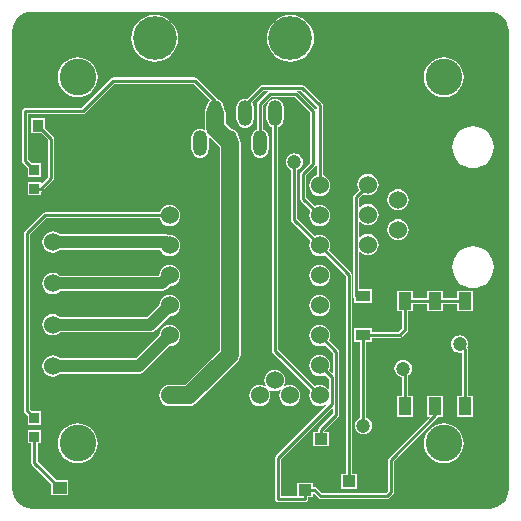
<source format=gtl>
G04 Layer_Physical_Order=1*
G04 Layer_Color=25308*
%FSLAX24Y24*%
%MOIN*%
G70*
G01*
G75*
%ADD10R,0.0413X0.0394*%
%ADD11R,0.0335X0.0335*%
%ADD12R,0.0453X0.0413*%
%ADD13R,0.0354X0.0413*%
%ADD14R,0.0480X0.0358*%
%ADD15R,0.0433X0.0591*%
%ADD16R,0.0433X0.0591*%
%ADD17R,0.0433X0.0591*%
%ADD18C,0.0100*%
%ADD19C,0.0197*%
%ADD20C,0.0098*%
%ADD21C,0.0394*%
%ADD22C,0.0591*%
%ADD23C,0.0600*%
%ADD24O,0.0472X0.0866*%
%ADD25C,0.1457*%
G04:AMPARAMS|DCode=26|XSize=27.6mil|YSize=114.2mil|CornerRadius=6.9mil|HoleSize=0mil|Usage=FLASHONLY|Rotation=0.000|XOffset=0mil|YOffset=0mil|HoleType=Round|Shape=RoundedRectangle|*
%AMROUNDEDRECTD26*
21,1,0.0276,0.1004,0,0,0.0*
21,1,0.0138,0.1142,0,0,0.0*
1,1,0.0138,0.0069,-0.0502*
1,1,0.0138,-0.0069,-0.0502*
1,1,0.0138,-0.0069,0.0502*
1,1,0.0138,0.0069,0.0502*
%
%ADD26ROUNDEDRECTD26*%
%ADD27C,0.0472*%
%ADD28C,0.0236*%
%ADD29C,0.1220*%
G36*
X25807Y26453D02*
Y26453D01*
X25931Y26441D01*
X26050Y26405D01*
X26160Y26346D01*
X26257Y26267D01*
X26336Y26170D01*
X26395Y26060D01*
X26431Y25941D01*
X26443Y25817D01*
X26444D01*
X26444Y25817D01*
X26444Y25817D01*
Y25817D01*
X26444Y25817D01*
X26435D01*
X26436Y25816D01*
X26444Y25816D01*
Y10532D01*
X26444Y10532D01*
X26443D01*
X26431Y10407D01*
X26395Y10288D01*
X26336Y10178D01*
X26257Y10082D01*
X26160Y10003D01*
X26050Y9944D01*
X25931Y9908D01*
X25807Y9896D01*
X25807Y9895D01*
Y9903D01*
X25806Y9903D01*
X25807Y9895D01*
X10532D01*
X10532Y9895D01*
Y9895D01*
X10407Y9908D01*
X10288Y9944D01*
X10178Y10003D01*
X10082Y10082D01*
X10003Y10178D01*
X9944Y10288D01*
X9908Y10407D01*
X9901Y10479D01*
X9896Y10479D01*
X9895Y10482D01*
X9903D01*
X9895Y10502D01*
Y25817D01*
X9895Y25817D01*
X9895D01*
X9908Y25941D01*
X9944Y26060D01*
X10003Y26170D01*
X10082Y26267D01*
X10178Y26346D01*
X10288Y26405D01*
X10407Y26441D01*
X10479Y26448D01*
X10479Y26452D01*
X10482Y26453D01*
Y26445D01*
X10502Y26453D01*
X25807D01*
X25807Y26453D01*
X25807Y26453D01*
D02*
G37*
%LPC*%
G36*
X15140Y17022D02*
X15048Y17009D01*
X14963Y16974D01*
X14889Y16918D01*
X14833Y16844D01*
X14798Y16759D01*
X14786Y16671D01*
X14391Y16277D01*
X11487D01*
X11417Y16330D01*
X11332Y16366D01*
X11240Y16378D01*
X11148Y16366D01*
X11063Y16330D01*
X10990Y16274D01*
X10933Y16201D01*
X10898Y16115D01*
X10886Y16024D01*
X10898Y15932D01*
X10933Y15847D01*
X10990Y15773D01*
X11063Y15717D01*
X11148Y15681D01*
X11240Y15669D01*
X11332Y15681D01*
X11417Y15717D01*
X11487Y15771D01*
X14496D01*
X14593Y15790D01*
X14675Y15845D01*
X15144Y16314D01*
X15231Y16325D01*
X15317Y16361D01*
X15390Y16417D01*
X15447Y16490D01*
X15482Y16576D01*
X15494Y16667D01*
X15482Y16759D01*
X15447Y16844D01*
X15390Y16918D01*
X15317Y16974D01*
X15231Y17009D01*
X15140Y17022D01*
D02*
G37*
G36*
Y16022D02*
X15048Y16009D01*
X14963Y15974D01*
X14889Y15918D01*
X14833Y15844D01*
X14798Y15759D01*
X14786Y15671D01*
X14013Y14899D01*
X11487D01*
X11417Y14952D01*
X11332Y14988D01*
X11240Y15000D01*
X11148Y14988D01*
X11063Y14952D01*
X10990Y14896D01*
X10933Y14823D01*
X10898Y14737D01*
X10886Y14646D01*
X10898Y14554D01*
X10933Y14469D01*
X10990Y14395D01*
X11063Y14339D01*
X11148Y14304D01*
X11240Y14291D01*
X11332Y14304D01*
X11417Y14339D01*
X11487Y14393D01*
X14118D01*
X14215Y14412D01*
X14297Y14467D01*
X15144Y15314D01*
X15231Y15325D01*
X15317Y15361D01*
X15390Y15417D01*
X15447Y15490D01*
X15482Y15576D01*
X15494Y15667D01*
X15482Y15759D01*
X15447Y15844D01*
X15390Y15918D01*
X15317Y15974D01*
X15231Y16009D01*
X15140Y16022D01*
D02*
G37*
G36*
X18640Y14522D02*
X18548Y14509D01*
X18463Y14474D01*
X18389Y14418D01*
X18333Y14344D01*
X18298Y14259D01*
X18286Y14167D01*
X18298Y14076D01*
X18333Y13990D01*
X18386Y13921D01*
X18317Y13974D01*
X18231Y14009D01*
X18140Y14022D01*
X18048Y14009D01*
X17963Y13974D01*
X17889Y13918D01*
X17833Y13844D01*
X17798Y13759D01*
X17786Y13667D01*
X17798Y13576D01*
X17833Y13490D01*
X17889Y13417D01*
X17963Y13361D01*
X18048Y13325D01*
X18140Y13313D01*
X18231Y13325D01*
X18317Y13361D01*
X18390Y13417D01*
X18447Y13490D01*
X18482Y13576D01*
X18494Y13667D01*
X18482Y13759D01*
X18447Y13844D01*
X18393Y13914D01*
X18463Y13861D01*
X18548Y13825D01*
X18640Y13813D01*
X18731Y13825D01*
X18817Y13861D01*
X18886Y13914D01*
X18833Y13844D01*
X18798Y13759D01*
X18786Y13667D01*
X18798Y13576D01*
X18833Y13490D01*
X18889Y13417D01*
X18963Y13361D01*
X19048Y13325D01*
X19140Y13313D01*
X19231Y13325D01*
X19317Y13361D01*
X19390Y13417D01*
X19447Y13490D01*
X19482Y13576D01*
X19494Y13667D01*
X19482Y13759D01*
X19447Y13844D01*
X19390Y13918D01*
X19317Y13974D01*
X19231Y14009D01*
X19140Y14022D01*
X19048Y14009D01*
X18963Y13974D01*
X18893Y13921D01*
X18947Y13990D01*
X18982Y14076D01*
X18994Y14167D01*
X18982Y14259D01*
X18947Y14344D01*
X18890Y14418D01*
X18817Y14474D01*
X18731Y14509D01*
X18640Y14522D01*
D02*
G37*
G36*
X20140Y17022D02*
X20048Y17009D01*
X19963Y16974D01*
X19889Y16918D01*
X19833Y16844D01*
X19798Y16759D01*
X19786Y16667D01*
X19798Y16576D01*
X19833Y16490D01*
X19889Y16417D01*
X19963Y16361D01*
X20048Y16325D01*
X20140Y16313D01*
X20231Y16325D01*
X20317Y16361D01*
X20390Y16417D01*
X20447Y16490D01*
X20482Y16576D01*
X20494Y16667D01*
X20482Y16759D01*
X20447Y16844D01*
X20390Y16918D01*
X20317Y16974D01*
X20231Y17009D01*
X20140Y17022D01*
D02*
G37*
G36*
Y18022D02*
X20048Y18009D01*
X19963Y17974D01*
X19889Y17918D01*
X19833Y17844D01*
X19798Y17759D01*
X19786Y17667D01*
X19798Y17576D01*
X19833Y17490D01*
X19889Y17417D01*
X19963Y17361D01*
X20048Y17325D01*
X20140Y17313D01*
X20231Y17325D01*
X20317Y17361D01*
X20390Y17417D01*
X20447Y17490D01*
X20482Y17576D01*
X20494Y17667D01*
X20482Y17759D01*
X20447Y17844D01*
X20390Y17918D01*
X20317Y17974D01*
X20231Y18009D01*
X20140Y18022D01*
D02*
G37*
G36*
X25246Y18635D02*
X25111Y18622D01*
X24980Y18582D01*
X24860Y18518D01*
X24755Y18432D01*
X24669Y18327D01*
X24605Y18207D01*
X24565Y18076D01*
X24552Y17941D01*
X24565Y17805D01*
X24605Y17675D01*
X24669Y17555D01*
X24755Y17450D01*
X24860Y17364D01*
X24980Y17299D01*
X25111Y17260D01*
X25246Y17247D01*
X25382Y17260D01*
X25512Y17299D01*
X25632Y17364D01*
X25737Y17450D01*
X25823Y17555D01*
X25887Y17675D01*
X25927Y17805D01*
X25940Y17941D01*
X25927Y18076D01*
X25887Y18207D01*
X25823Y18327D01*
X25737Y18432D01*
X25632Y18518D01*
X25512Y18582D01*
X25382Y18622D01*
X25246Y18635D01*
D02*
G37*
G36*
X25260Y17157D02*
X24724D01*
Y16914D01*
X24260D01*
Y17157D01*
X23724D01*
Y16914D01*
X23260D01*
Y17157D01*
X22724D01*
Y16465D01*
X22889D01*
Y15918D01*
X22767Y15796D01*
X21876D01*
Y15923D01*
X21293D01*
Y15463D01*
X21487D01*
Y12926D01*
X21445Y12909D01*
X21385Y12862D01*
X21339Y12802D01*
X21310Y12733D01*
X21300Y12657D01*
X21310Y12582D01*
X21339Y12513D01*
X21385Y12452D01*
X21445Y12406D01*
X21515Y12377D01*
X21590Y12368D01*
X21665Y12377D01*
X21735Y12406D01*
X21795Y12452D01*
X21841Y12513D01*
X21870Y12582D01*
X21880Y12657D01*
X21870Y12733D01*
X21841Y12802D01*
X21795Y12862D01*
X21735Y12909D01*
X21693Y12926D01*
Y15463D01*
X21876D01*
Y15590D01*
X22810D01*
X22850Y15598D01*
X22883Y15620D01*
X23065Y15802D01*
X23087Y15836D01*
X23095Y15875D01*
Y16465D01*
X23260D01*
Y16708D01*
X23724D01*
Y16465D01*
X24260D01*
Y16708D01*
X24724D01*
Y16465D01*
X25260D01*
Y17157D01*
D02*
G37*
G36*
X19290Y21740D02*
X19215Y21730D01*
X19145Y21701D01*
X19085Y21655D01*
X19039Y21595D01*
X19010Y21525D01*
X19000Y21450D01*
X19010Y21375D01*
X19039Y21305D01*
X19085Y21245D01*
X19145Y21199D01*
X19187Y21182D01*
Y19517D01*
X19195Y19478D01*
X19217Y19444D01*
X19828Y18833D01*
X19798Y18759D01*
X19786Y18667D01*
X19798Y18576D01*
X19833Y18490D01*
X19889Y18417D01*
X19963Y18361D01*
X20048Y18325D01*
X20140Y18313D01*
X20231Y18325D01*
X20305Y18356D01*
X21019Y17642D01*
Y11055D01*
X20864D01*
Y10559D01*
X21380D01*
Y11055D01*
X21225D01*
Y17685D01*
X21217Y17725D01*
X21195Y17758D01*
X20451Y18502D01*
X20482Y18576D01*
X20494Y18667D01*
X20482Y18759D01*
X20447Y18844D01*
X20390Y18918D01*
X20317Y18974D01*
X20231Y19009D01*
X20140Y19022D01*
X20048Y19009D01*
X19974Y18979D01*
X19393Y19560D01*
Y21182D01*
X19435Y21199D01*
X19495Y21245D01*
X19541Y21305D01*
X19570Y21375D01*
X19580Y21450D01*
X19570Y21525D01*
X19541Y21595D01*
X19495Y21655D01*
X19435Y21701D01*
X19365Y21730D01*
X19290Y21740D01*
D02*
G37*
G36*
X10848Y12502D02*
X10411D01*
Y12065D01*
X10528D01*
Y11427D01*
X10535Y11388D01*
X10535Y11388D01*
Y11388D01*
X10558Y11355D01*
X11189Y10723D01*
Y10333D01*
X11744D01*
Y10848D01*
X11353D01*
X10732Y11470D01*
Y12065D01*
X10848D01*
Y12502D01*
D02*
G37*
G36*
X18650Y23560D02*
X18575Y23550D01*
X18505Y23521D01*
X18445Y23475D01*
X18399Y23415D01*
X18370Y23345D01*
X18360Y23270D01*
Y22876D01*
X18370Y22801D01*
X18399Y22731D01*
X18445Y22671D01*
X18505Y22625D01*
X18547Y22607D01*
Y15157D01*
X18554Y15125D01*
X18555Y15118D01*
X18577Y15085D01*
X19829Y13834D01*
X19798Y13759D01*
X19786Y13667D01*
X19798Y13576D01*
X19833Y13490D01*
X19889Y13417D01*
X19963Y13361D01*
X20048Y13325D01*
X20140Y13313D01*
X20231Y13325D01*
X20317Y13361D01*
X20390Y13417D01*
X20438Y13479D01*
Y13434D01*
X18667Y11663D01*
X18645Y11629D01*
X18637Y11590D01*
Y10230D01*
X18645Y10191D01*
X18667Y10157D01*
X18677Y10147D01*
X18711Y10125D01*
X18750Y10117D01*
X19636D01*
X19675Y10125D01*
X19709Y10147D01*
X19719Y10157D01*
X19741Y10191D01*
X19749Y10230D01*
Y10274D01*
X19904D01*
Y10418D01*
X19917D01*
X20104Y10232D01*
X20137Y10210D01*
X20177Y10202D01*
X22375D01*
X22414Y10210D01*
X22448Y10232D01*
X22583Y10367D01*
X22605Y10401D01*
X22613Y10440D01*
Y11475D01*
X24065Y12927D01*
X24087Y12961D01*
X24087Y12961D01*
X24260D01*
Y13654D01*
X23724D01*
Y12961D01*
X23807D01*
X22437Y11591D01*
X22415Y11557D01*
X22407Y11518D01*
Y10483D01*
X22332Y10408D01*
X20219D01*
X20033Y10595D01*
X19999Y10617D01*
X19960Y10625D01*
X19904D01*
Y10770D01*
X19388D01*
Y10323D01*
X18843D01*
Y11547D01*
X20589Y13293D01*
Y13066D01*
X20104Y12582D01*
X20082Y12548D01*
X20074Y12509D01*
Y12463D01*
X19919D01*
Y11967D01*
X20435D01*
Y12463D01*
X20280D01*
Y12466D01*
X20765Y12951D01*
X20787Y12984D01*
X20795Y13024D01*
Y15115D01*
X20787Y15154D01*
X20765Y15188D01*
X20451Y15502D01*
X20482Y15576D01*
X20494Y15667D01*
X20482Y15759D01*
X20447Y15844D01*
X20390Y15918D01*
X20317Y15974D01*
X20231Y16009D01*
X20140Y16022D01*
X20048Y16009D01*
X19963Y15974D01*
X19889Y15918D01*
X19833Y15844D01*
X19798Y15759D01*
X19786Y15667D01*
X19798Y15576D01*
X19833Y15490D01*
X19889Y15417D01*
X19963Y15361D01*
X20048Y15325D01*
X20140Y15313D01*
X20231Y15325D01*
X20305Y15356D01*
X20589Y15072D01*
Y14364D01*
X20451Y14502D01*
X20482Y14576D01*
X20494Y14667D01*
X20482Y14759D01*
X20447Y14844D01*
X20390Y14918D01*
X20317Y14974D01*
X20231Y15009D01*
X20140Y15022D01*
X20048Y15009D01*
X19963Y14974D01*
X19889Y14918D01*
X19833Y14844D01*
X19798Y14759D01*
X19786Y14667D01*
X19798Y14576D01*
X19833Y14490D01*
X19889Y14417D01*
X19963Y14361D01*
X20048Y14325D01*
X20140Y14313D01*
X20231Y14325D01*
X20305Y14356D01*
X20438Y14223D01*
Y13856D01*
X20390Y13918D01*
X20317Y13974D01*
X20231Y14009D01*
X20140Y14022D01*
X20048Y14009D01*
X19973Y13979D01*
X18752Y15200D01*
Y22607D01*
X18795Y22625D01*
X18855Y22671D01*
X18901Y22731D01*
X18930Y22801D01*
X18939Y22876D01*
Y23270D01*
X18930Y23345D01*
X18901Y23415D01*
X18855Y23475D01*
X18795Y23521D01*
X18725Y23550D01*
X18650Y23560D01*
D02*
G37*
G36*
X12067Y12732D02*
X11937Y12719D01*
X11813Y12681D01*
X11698Y12620D01*
X11597Y12537D01*
X11514Y12436D01*
X11453Y12321D01*
X11415Y12197D01*
X11402Y12067D01*
X11415Y11937D01*
X11453Y11813D01*
X11514Y11698D01*
X11597Y11597D01*
X11698Y11514D01*
X11813Y11453D01*
X11937Y11415D01*
X12067Y11402D01*
X12197Y11415D01*
X12321Y11453D01*
X12436Y11514D01*
X12537Y11597D01*
X12620Y11698D01*
X12681Y11813D01*
X12719Y11937D01*
X12732Y12067D01*
X12719Y12197D01*
X12681Y12321D01*
X12620Y12436D01*
X12537Y12537D01*
X12436Y12620D01*
X12321Y12681D01*
X12197Y12719D01*
X12067Y12732D01*
D02*
G37*
G36*
X24800Y15670D02*
X24725Y15660D01*
X24655Y15631D01*
X24595Y15585D01*
X24549Y15525D01*
X24520Y15455D01*
X24510Y15380D01*
X24520Y15305D01*
X24549Y15235D01*
X24595Y15175D01*
X24655Y15129D01*
X24725Y15100D01*
X24800Y15090D01*
X24875Y15100D01*
X24889Y15106D01*
Y13654D01*
X24724D01*
Y12961D01*
X25260D01*
Y13654D01*
X25095D01*
Y15188D01*
X25087Y15227D01*
X25065Y15261D01*
X25063Y15263D01*
X25080Y15305D01*
X25090Y15380D01*
X25080Y15455D01*
X25051Y15525D01*
X25005Y15585D01*
X24945Y15631D01*
X24875Y15660D01*
X24800Y15670D01*
D02*
G37*
G36*
X22920Y14850D02*
X22845Y14840D01*
X22775Y14811D01*
X22715Y14765D01*
X22669Y14705D01*
X22640Y14635D01*
X22630Y14560D01*
X22640Y14485D01*
X22669Y14415D01*
X22715Y14355D01*
X22775Y14309D01*
X22845Y14280D01*
X22889Y14274D01*
Y13654D01*
X22724D01*
Y12961D01*
X23260D01*
Y13654D01*
X23095D01*
Y14332D01*
X23125Y14355D01*
X23171Y14415D01*
X23200Y14485D01*
X23210Y14560D01*
X23200Y14635D01*
X23171Y14705D01*
X23125Y14765D01*
X23065Y14811D01*
X22995Y14840D01*
X22920Y14850D01*
D02*
G37*
G36*
X24272Y12732D02*
X24142Y12719D01*
X24017Y12681D01*
X23902Y12620D01*
X23802Y12537D01*
X23719Y12436D01*
X23658Y12321D01*
X23620Y12197D01*
X23607Y12067D01*
X23620Y11937D01*
X23658Y11813D01*
X23719Y11698D01*
X23802Y11597D01*
X23902Y11514D01*
X24017Y11453D01*
X24142Y11415D01*
X24272Y11402D01*
X24401Y11415D01*
X24526Y11453D01*
X24641Y11514D01*
X24742Y11597D01*
X24824Y11698D01*
X24886Y11813D01*
X24924Y11937D01*
X24936Y12067D01*
X24924Y12197D01*
X24886Y12321D01*
X24824Y12436D01*
X24742Y12537D01*
X24641Y12620D01*
X24526Y12681D01*
X24401Y12719D01*
X24272Y12732D01*
D02*
G37*
G36*
X15965Y24266D02*
X13258D01*
X13225Y24259D01*
X13219Y24258D01*
X13185Y24236D01*
X12192Y23242D01*
X10315D01*
X10276Y23234D01*
X10243Y23212D01*
X10220Y23179D01*
X10213Y23140D01*
Y21496D01*
X10219Y21463D01*
X10220Y21457D01*
X10243Y21424D01*
X10411Y21255D01*
Y20963D01*
X10848D01*
Y21400D01*
X10556D01*
X10417Y21538D01*
Y23037D01*
X12234D01*
X12267Y23044D01*
X12273Y23045D01*
X12307Y23067D01*
X13300Y24061D01*
X15922D01*
X16481Y23502D01*
X16445Y23475D01*
X16399Y23415D01*
X16370Y23345D01*
X16360Y23270D01*
Y23264D01*
X16347Y23248D01*
X16312Y23163D01*
X16300Y23073D01*
Y22594D01*
X16300Y22594D01*
X16311Y22508D01*
X16295Y22521D01*
X16225Y22550D01*
X16150Y22560D01*
X16075Y22550D01*
X16005Y22521D01*
X15945Y22475D01*
X15899Y22415D01*
X15870Y22345D01*
X15860Y22270D01*
Y21876D01*
X15870Y21801D01*
X15899Y21731D01*
X15945Y21671D01*
X16005Y21625D01*
X16075Y21596D01*
X16150Y21586D01*
X16225Y21596D01*
X16295Y21625D01*
X16355Y21671D01*
X16401Y21731D01*
X16430Y21801D01*
X16439Y21876D01*
Y22270D01*
X16433Y22316D01*
X16800Y21949D01*
Y15168D01*
X15649Y14017D01*
X15176D01*
X15140Y14022D01*
X15048Y14009D01*
X14963Y13974D01*
X14889Y13918D01*
X14833Y13844D01*
X14798Y13759D01*
X14786Y13667D01*
X14798Y13576D01*
X14833Y13490D01*
X14889Y13417D01*
X14963Y13361D01*
X15048Y13325D01*
X15140Y13313D01*
X15176Y13318D01*
X15793D01*
X15793Y13318D01*
X15884Y13330D01*
X15968Y13365D01*
X16040Y13420D01*
X17397Y14777D01*
X17452Y14849D01*
X17487Y14933D01*
X17499Y15024D01*
X17499Y15024D01*
Y22073D01*
Y22094D01*
X17499Y22094D01*
X17487Y22184D01*
X17452Y22268D01*
X17437Y22288D01*
X17430Y22345D01*
X17401Y22415D01*
X17355Y22475D01*
X17295Y22521D01*
X17225Y22550D01*
X17182Y22555D01*
X16999Y22738D01*
Y23073D01*
X16987Y23163D01*
X16952Y23248D01*
X16939Y23264D01*
Y23270D01*
X16930Y23345D01*
X16901Y23415D01*
X16855Y23475D01*
X16795Y23521D01*
X16725Y23550D01*
X16722Y23550D01*
X16722Y23551D01*
X16037Y24236D01*
X16004Y24258D01*
X15997Y24259D01*
X15965Y24266D01*
D02*
G37*
G36*
X25246Y22635D02*
X25111Y22622D01*
X24980Y22582D01*
X24860Y22518D01*
X24755Y22432D01*
X24669Y22327D01*
X24605Y22207D01*
X24565Y22076D01*
X24552Y21941D01*
X24565Y21805D01*
X24605Y21675D01*
X24669Y21555D01*
X24755Y21450D01*
X24860Y21364D01*
X24980Y21300D01*
X25111Y21260D01*
X25246Y21247D01*
X25382Y21260D01*
X25512Y21300D01*
X25632Y21364D01*
X25737Y21450D01*
X25823Y21555D01*
X25887Y21675D01*
X25927Y21805D01*
X25940Y21941D01*
X25927Y22076D01*
X25887Y22207D01*
X25823Y22327D01*
X25737Y22432D01*
X25632Y22518D01*
X25512Y22582D01*
X25382Y22622D01*
X25246Y22635D01*
D02*
G37*
G36*
X10986Y22915D02*
X10530D01*
Y22400D01*
X10871D01*
X11089Y22182D01*
Y20948D01*
X10839Y20698D01*
Y20770D01*
X10402D01*
Y20333D01*
X10839D01*
Y20449D01*
X10876Y20457D01*
X10876Y20457D01*
X10876D01*
X10896Y20470D01*
X10909Y20479D01*
X10909Y20479D01*
X10909Y20479D01*
X11263Y20833D01*
X11281Y20860D01*
X11286Y20866D01*
Y20866D01*
X11286Y20866D01*
X11288Y20877D01*
X11293Y20906D01*
Y22224D01*
X11286Y22264D01*
X11278Y22275D01*
X11263Y22297D01*
X10986Y22574D01*
Y22915D01*
D02*
G37*
G36*
X12067Y24936D02*
X11937Y24924D01*
X11813Y24886D01*
X11698Y24824D01*
X11597Y24742D01*
X11514Y24641D01*
X11453Y24526D01*
X11415Y24401D01*
X11402Y24272D01*
X11415Y24142D01*
X11453Y24017D01*
X11514Y23902D01*
X11597Y23802D01*
X11698Y23719D01*
X11813Y23658D01*
X11937Y23620D01*
X12067Y23607D01*
X12197Y23620D01*
X12321Y23658D01*
X12436Y23719D01*
X12537Y23802D01*
X12620Y23902D01*
X12681Y24017D01*
X12719Y24142D01*
X12732Y24272D01*
X12719Y24401D01*
X12681Y24526D01*
X12620Y24641D01*
X12537Y24742D01*
X12436Y24824D01*
X12321Y24886D01*
X12197Y24924D01*
X12067Y24936D01*
D02*
G37*
G36*
X19163Y26356D02*
X19011Y26341D01*
X18864Y26297D01*
X18728Y26224D01*
X18609Y26127D01*
X18512Y26008D01*
X18440Y25873D01*
X18395Y25726D01*
X18380Y25573D01*
X18395Y25420D01*
X18440Y25273D01*
X18512Y25138D01*
X18609Y25019D01*
X18728Y24922D01*
X18864Y24849D01*
X19011Y24805D01*
X19163Y24790D01*
X19316Y24805D01*
X19463Y24849D01*
X19599Y24922D01*
X19717Y25019D01*
X19815Y25138D01*
X19887Y25273D01*
X19932Y25420D01*
X19947Y25573D01*
X19932Y25726D01*
X19887Y25873D01*
X19815Y26008D01*
X19717Y26127D01*
X19599Y26224D01*
X19463Y26297D01*
X19316Y26341D01*
X19163Y26356D01*
D02*
G37*
G36*
X14636D02*
X14483Y26341D01*
X14336Y26297D01*
X14201Y26224D01*
X14082Y26127D01*
X13985Y26008D01*
X13912Y25873D01*
X13868Y25726D01*
X13853Y25573D01*
X13868Y25420D01*
X13912Y25273D01*
X13985Y25138D01*
X14082Y25019D01*
X14201Y24922D01*
X14336Y24849D01*
X14483Y24805D01*
X14636Y24790D01*
X14789Y24805D01*
X14936Y24849D01*
X15071Y24922D01*
X15190Y25019D01*
X15287Y25138D01*
X15359Y25273D01*
X15404Y25420D01*
X15419Y25573D01*
X15404Y25726D01*
X15359Y25873D01*
X15287Y26008D01*
X15190Y26127D01*
X15071Y26224D01*
X14936Y26297D01*
X14789Y26341D01*
X14636Y26356D01*
D02*
G37*
G36*
X24272Y24936D02*
X24142Y24924D01*
X24017Y24886D01*
X23902Y24824D01*
X23802Y24742D01*
X23719Y24641D01*
X23658Y24526D01*
X23620Y24401D01*
X23607Y24272D01*
X23620Y24142D01*
X23658Y24017D01*
X23719Y23902D01*
X23802Y23802D01*
X23902Y23719D01*
X24017Y23658D01*
X24142Y23620D01*
X24272Y23607D01*
X24401Y23620D01*
X24526Y23658D01*
X24641Y23719D01*
X24742Y23802D01*
X24824Y23902D01*
X24886Y24017D01*
X24924Y24142D01*
X24936Y24272D01*
X24924Y24401D01*
X24886Y24526D01*
X24824Y24641D01*
X24742Y24742D01*
X24641Y24824D01*
X24526Y24886D01*
X24401Y24924D01*
X24272Y24936D01*
D02*
G37*
G36*
X22746Y19543D02*
X22654Y19531D01*
X22569Y19496D01*
X22496Y19439D01*
X22439Y19366D01*
X22404Y19281D01*
X22392Y19189D01*
X22404Y19097D01*
X22439Y19012D01*
X22496Y18939D01*
X22569Y18882D01*
X22654Y18847D01*
X22746Y18835D01*
X22838Y18847D01*
X22923Y18882D01*
X22997Y18939D01*
X23053Y19012D01*
X23088Y19097D01*
X23100Y19189D01*
X23088Y19281D01*
X23053Y19366D01*
X22997Y19439D01*
X22923Y19496D01*
X22838Y19531D01*
X22746Y19543D01*
D02*
G37*
G36*
X11240Y19134D02*
X11148Y19122D01*
X11063Y19086D01*
X10990Y19030D01*
X10933Y18957D01*
X10898Y18871D01*
X10886Y18780D01*
X10898Y18688D01*
X10933Y18602D01*
X10990Y18529D01*
X11063Y18473D01*
X11148Y18437D01*
X11240Y18425D01*
X11332Y18437D01*
X11417Y18473D01*
X11487Y18527D01*
X14818D01*
X14833Y18490D01*
X14889Y18417D01*
X14963Y18361D01*
X15048Y18325D01*
X15140Y18313D01*
X15231Y18325D01*
X15317Y18361D01*
X15390Y18417D01*
X15447Y18490D01*
X15482Y18576D01*
X15494Y18667D01*
X15482Y18759D01*
X15447Y18844D01*
X15390Y18918D01*
X15317Y18974D01*
X15231Y19009D01*
X15140Y19022D01*
X15105Y19017D01*
X15028Y19032D01*
X11487D01*
X11417Y19086D01*
X11332Y19122D01*
X11240Y19134D01*
D02*
G37*
G36*
X15140Y18022D02*
X15048Y18009D01*
X14963Y17974D01*
X14889Y17918D01*
X14833Y17844D01*
X14798Y17759D01*
X14786Y17671D01*
X14769Y17654D01*
X11487D01*
X11417Y17708D01*
X11332Y17744D01*
X11240Y17756D01*
X11148Y17744D01*
X11063Y17708D01*
X10990Y17652D01*
X10933Y17579D01*
X10898Y17493D01*
X10886Y17402D01*
X10898Y17310D01*
X10933Y17224D01*
X10990Y17151D01*
X11063Y17095D01*
X11148Y17059D01*
X11240Y17047D01*
X11332Y17059D01*
X11417Y17095D01*
X11487Y17149D01*
X14874D01*
X14971Y17168D01*
X15053Y17223D01*
X15144Y17314D01*
X15231Y17325D01*
X15317Y17361D01*
X15390Y17417D01*
X15447Y17490D01*
X15482Y17576D01*
X15494Y17667D01*
X15482Y17759D01*
X15447Y17844D01*
X15390Y17918D01*
X15317Y17974D01*
X15231Y18009D01*
X15140Y18022D01*
D02*
G37*
G36*
Y20022D02*
X15048Y20009D01*
X14963Y19974D01*
X14889Y19918D01*
X14833Y19844D01*
X14802Y19770D01*
X10976D01*
X10937Y19762D01*
X10904Y19740D01*
X10302Y19137D01*
X10279Y19104D01*
X10278Y19098D01*
X10272Y19065D01*
Y13169D01*
X10278Y13137D01*
X10279Y13130D01*
X10279Y13130D01*
Y13130D01*
X10288Y13118D01*
X10302Y13097D01*
X10411Y12987D01*
Y12695D01*
X10848D01*
Y13132D01*
X10556D01*
X10476Y13212D01*
Y19023D01*
X11019Y19565D01*
X14802D01*
X14833Y19490D01*
X14889Y19417D01*
X14963Y19361D01*
X15048Y19325D01*
X15140Y19313D01*
X15231Y19325D01*
X15317Y19361D01*
X15390Y19417D01*
X15447Y19490D01*
X15482Y19576D01*
X15494Y19667D01*
X15482Y19759D01*
X15447Y19844D01*
X15390Y19918D01*
X15317Y19974D01*
X15231Y20009D01*
X15140Y20022D01*
D02*
G37*
G36*
X21746Y21047D02*
X21654Y21035D01*
X21569Y21000D01*
X21496Y20943D01*
X21439Y20870D01*
X21404Y20785D01*
X21392Y20693D01*
X21404Y20601D01*
X21435Y20527D01*
X21267Y20360D01*
X21245Y20326D01*
X21237Y20287D01*
Y16984D01*
X21245Y16945D01*
X21267Y16911D01*
X21293Y16894D01*
Y16754D01*
X21876D01*
Y17215D01*
X21443D01*
Y18511D01*
X21496Y18442D01*
X21569Y18386D01*
X21654Y18351D01*
X21746Y18339D01*
X21838Y18351D01*
X21923Y18386D01*
X21997Y18442D01*
X22053Y18516D01*
X22088Y18601D01*
X22100Y18693D01*
X22088Y18785D01*
X22053Y18870D01*
X21997Y18943D01*
X21923Y19000D01*
X21838Y19035D01*
X21746Y19047D01*
X21654Y19035D01*
X21569Y19000D01*
X21496Y18943D01*
X21443Y18875D01*
Y19511D01*
X21496Y19442D01*
X21569Y19386D01*
X21654Y19351D01*
X21746Y19339D01*
X21838Y19351D01*
X21923Y19386D01*
X21997Y19442D01*
X22053Y19516D01*
X22088Y19601D01*
X22100Y19693D01*
X22088Y19785D01*
X22053Y19870D01*
X21997Y19943D01*
X21923Y20000D01*
X21838Y20035D01*
X21746Y20047D01*
X21654Y20035D01*
X21569Y20000D01*
X21496Y19943D01*
X21443Y19875D01*
Y20244D01*
X21580Y20381D01*
X21654Y20351D01*
X21746Y20339D01*
X21838Y20351D01*
X21923Y20386D01*
X21997Y20442D01*
X22053Y20516D01*
X22088Y20601D01*
X22100Y20693D01*
X22088Y20785D01*
X22053Y20870D01*
X21997Y20943D01*
X21923Y21000D01*
X21838Y21035D01*
X21746Y21047D01*
D02*
G37*
G36*
X19557Y24020D02*
X18209D01*
X18176Y24013D01*
X18169Y24012D01*
X18136Y23990D01*
X17700Y23553D01*
X17650Y23560D01*
X17575Y23550D01*
X17505Y23521D01*
X17445Y23475D01*
X17399Y23415D01*
X17370Y23345D01*
X17360Y23270D01*
Y22876D01*
X17370Y22801D01*
X17399Y22731D01*
X17445Y22671D01*
X17505Y22625D01*
X17575Y22596D01*
X17650Y22586D01*
X17725Y22596D01*
X17795Y22625D01*
X17855Y22671D01*
X17901Y22731D01*
X17930Y22801D01*
X17939Y22876D01*
Y23270D01*
X17930Y23345D01*
X17901Y23415D01*
X17879Y23443D01*
X18251Y23815D01*
X18435D01*
X18415Y23802D01*
X18402Y23793D01*
X18402Y23793D01*
X18402Y23793D01*
X18077Y23468D01*
X18059Y23440D01*
X18055Y23435D01*
Y23435D01*
X18055Y23435D01*
X18053Y23424D01*
X18047Y23396D01*
Y22538D01*
X18005Y22521D01*
X17945Y22475D01*
X17899Y22415D01*
X17870Y22345D01*
X17860Y22270D01*
Y21876D01*
X17870Y21801D01*
X17899Y21731D01*
X17945Y21671D01*
X18005Y21625D01*
X18075Y21596D01*
X18150Y21586D01*
X18225Y21596D01*
X18295Y21625D01*
X18355Y21671D01*
X18401Y21731D01*
X18430Y21801D01*
X18439Y21876D01*
Y22270D01*
X18430Y22345D01*
X18401Y22415D01*
X18355Y22475D01*
X18295Y22521D01*
X18252Y22538D01*
Y23353D01*
X18517Y23618D01*
X19308D01*
X19819Y23107D01*
Y21430D01*
X19514Y21126D01*
X19492Y21092D01*
X19491Y21086D01*
X19484Y21053D01*
Y20220D01*
X19492Y20181D01*
X19499Y20170D01*
X19514Y20148D01*
X19829Y19834D01*
X19798Y19759D01*
X19786Y19667D01*
X19798Y19576D01*
X19833Y19490D01*
X19889Y19417D01*
X19963Y19361D01*
X20048Y19325D01*
X20140Y19313D01*
X20231Y19325D01*
X20317Y19361D01*
X20390Y19417D01*
X20447Y19490D01*
X20482Y19576D01*
X20494Y19667D01*
X20482Y19759D01*
X20447Y19844D01*
X20390Y19918D01*
X20317Y19974D01*
X20231Y20009D01*
X20140Y20022D01*
X20048Y20009D01*
X19973Y19978D01*
X19689Y20263D01*
Y21011D01*
X19994Y21315D01*
X20008Y21338D01*
X20016Y21349D01*
X20024Y21388D01*
Y23150D01*
X20016Y23189D01*
X20008Y23200D01*
X19994Y23222D01*
X19423Y23793D01*
X19390Y23815D01*
X19515D01*
X20037Y23292D01*
Y21005D01*
X19963Y20974D01*
X19889Y20918D01*
X19833Y20844D01*
X19798Y20759D01*
X19786Y20667D01*
X19798Y20576D01*
X19833Y20490D01*
X19889Y20417D01*
X19963Y20361D01*
X20048Y20325D01*
X20140Y20313D01*
X20231Y20325D01*
X20317Y20361D01*
X20390Y20417D01*
X20447Y20490D01*
X20482Y20576D01*
X20494Y20667D01*
X20482Y20759D01*
X20447Y20844D01*
X20390Y20918D01*
X20317Y20974D01*
X20242Y21005D01*
Y23335D01*
X20236Y23367D01*
X20234Y23374D01*
X20212Y23407D01*
X19629Y23990D01*
X19596Y24012D01*
X19590Y24013D01*
X19557Y24020D01*
D02*
G37*
G36*
X22746Y20543D02*
X22654Y20531D01*
X22569Y20496D01*
X22496Y20439D01*
X22439Y20366D01*
X22404Y20281D01*
X22392Y20189D01*
X22404Y20097D01*
X22439Y20012D01*
X22496Y19939D01*
X22569Y19882D01*
X22654Y19847D01*
X22746Y19835D01*
X22838Y19847D01*
X22923Y19882D01*
X22997Y19939D01*
X23053Y20012D01*
X23088Y20097D01*
X23100Y20189D01*
X23088Y20281D01*
X23053Y20366D01*
X22997Y20439D01*
X22923Y20496D01*
X22838Y20531D01*
X22746Y20543D01*
D02*
G37*
%LPD*%
D10*
X19646Y10522D02*
D03*
X19055D02*
D03*
X20768Y12215D02*
D03*
X20177D02*
D03*
X21713Y10807D02*
D03*
X21122D02*
D03*
D11*
X10630Y12913D02*
D03*
Y12283D02*
D03*
Y21181D02*
D03*
X10620Y20551D02*
D03*
D12*
X12116Y10591D02*
D03*
X11467D02*
D03*
D13*
X10758Y22657D02*
D03*
X11289D02*
D03*
D14*
X21585Y16984D02*
D03*
Y15693D02*
D03*
D15*
X22992Y16811D02*
D03*
X24992D02*
D03*
X23992D02*
D03*
D16*
X24992Y13307D02*
D03*
X23992D02*
D03*
D17*
X22992D02*
D03*
D18*
X21340Y16984D02*
Y20287D01*
X21590Y12657D02*
Y15693D01*
X19180Y10820D02*
X20380D01*
X19055D02*
X19180D01*
X15167Y12165D02*
Y12569D01*
Y11762D02*
Y12165D01*
X21585Y15693D02*
X21590D01*
X22810D01*
X22992Y15875D01*
Y16811D01*
X19290Y19517D02*
X20140Y18667D01*
X19290Y19517D02*
Y21450D01*
X21713Y10510D02*
Y10807D01*
X20700Y10500D02*
X21713Y10510D01*
X20380Y10820D02*
X20700Y10500D01*
X19055Y10522D02*
Y10820D01*
X20768Y11710D02*
Y12215D01*
X20505Y11447D02*
X20768Y11710D01*
X20355Y11000D02*
X20505Y11447D01*
X19180Y11000D02*
X20355D01*
X19180Y10820D02*
Y11000D01*
X19055Y10522D02*
X19180Y10820D01*
X20140Y14667D02*
X20541Y14266D01*
Y13391D02*
Y14266D01*
X18740Y11590D02*
X20541Y13391D01*
X18740Y10230D02*
Y11590D01*
Y10230D02*
X18750Y10220D01*
X19636D01*
X19646Y10230D01*
Y10522D01*
X22992Y13307D02*
Y14488D01*
X22920Y14560D02*
X22992Y14488D01*
X24992Y13307D02*
Y15188D01*
X24800Y15380D02*
X24992Y15188D01*
X20177Y12215D02*
Y12509D01*
X20692Y13024D01*
Y15115D01*
X20140Y15667D02*
X20692Y15115D01*
X19646Y10522D02*
X19960D01*
X20177Y10305D01*
X22375D01*
X22510Y10440D01*
Y11518D01*
X23992Y13000D01*
Y13307D01*
X21122Y10807D02*
Y17685D01*
X20140Y18667D02*
X21122Y17685D01*
X21340Y16984D02*
X21585D01*
X21340Y20287D02*
X21746Y20693D01*
X23992Y16811D02*
X24992D01*
X22992D02*
X23992D01*
D19*
X13996Y10591D02*
X15167Y11762D01*
X12116Y10591D02*
X13996D01*
X15128Y12165D02*
X15167D01*
X14518Y12776D02*
X15128Y12165D01*
X14518Y12776D02*
Y14045D01*
X15140Y14667D01*
D20*
X10630Y11427D02*
X11467Y10591D01*
X10630Y11427D02*
Y12283D01*
X10374Y13169D02*
X10630Y12913D01*
X10374Y13169D02*
Y19065D01*
X10976Y19667D01*
X15140D01*
X18650Y15157D02*
X20140Y13667D01*
X18650Y15157D02*
Y23073D01*
X19587Y20220D02*
X20140Y19667D01*
X19587Y20220D02*
Y21053D01*
X19921Y21388D01*
Y23150D01*
X19350Y23720D02*
X19921Y23150D01*
X18474Y23720D02*
X19350D01*
X18150Y23396D02*
X18474Y23720D01*
X18150Y22073D02*
Y23396D01*
X18209Y23917D02*
X19557D01*
X17650Y23358D02*
X18209Y23917D01*
X17650Y23073D02*
Y23358D01*
X19557Y23917D02*
X20140Y23335D01*
Y20667D02*
Y23335D01*
X14565Y22657D02*
X15150Y22073D01*
X11289Y22657D02*
X14565D01*
X10758D02*
X11191Y22224D01*
Y20906D02*
Y22224D01*
X10837Y20551D02*
X11191Y20906D01*
X10620Y20551D02*
X10837D01*
X10315Y21496D02*
X10630Y21181D01*
X10315Y21496D02*
Y23140D01*
X12234D01*
X13258Y24163D01*
X15965D01*
X16650Y23478D01*
Y23073D02*
Y23478D01*
D21*
X14118Y14646D02*
X15140Y15667D01*
X11240Y14646D02*
X14118D01*
X14496Y16024D02*
X15140Y16667D01*
X11240Y16024D02*
X14496D01*
X14874Y17402D02*
X15140Y17667D01*
X11240Y17402D02*
X14874D01*
X15028Y18780D02*
X15140Y18667D01*
X11240Y18780D02*
X15028D01*
D22*
X15140Y14667D02*
X16132Y15659D01*
Y19675D01*
X15140Y20667D02*
X16132Y19675D01*
X15140Y20667D02*
X15150Y20677D01*
Y22073D01*
Y22573D01*
X15650Y23073D01*
X15140Y13667D02*
X15793D01*
X17150Y15024D01*
Y22073D01*
Y22094D01*
X16650Y22594D02*
X17150Y22094D01*
X16650Y22594D02*
Y23073D01*
D23*
X15140Y20667D02*
D03*
Y19667D02*
D03*
Y18667D02*
D03*
Y17667D02*
D03*
Y16667D02*
D03*
Y15667D02*
D03*
Y14667D02*
D03*
Y13667D02*
D03*
X20140D02*
D03*
Y14667D02*
D03*
Y15667D02*
D03*
Y16667D02*
D03*
Y17667D02*
D03*
Y18667D02*
D03*
Y19667D02*
D03*
Y20667D02*
D03*
X19140Y13667D02*
D03*
X18140D02*
D03*
X18640Y14167D02*
D03*
X11240Y14646D02*
D03*
Y16024D02*
D03*
Y17402D02*
D03*
Y18780D02*
D03*
X22746Y19189D02*
D03*
X21746Y18693D02*
D03*
X22746Y20189D02*
D03*
X21746Y19693D02*
D03*
X22746Y21189D02*
D03*
X21746Y20693D02*
D03*
D24*
X18150Y22073D02*
D03*
X17150D02*
D03*
X15150D02*
D03*
X16150D02*
D03*
X15650Y23073D02*
D03*
X16650D02*
D03*
X18650D02*
D03*
X17650D02*
D03*
D25*
X14636Y25573D02*
D03*
X19163D02*
D03*
D26*
X15167Y12165D02*
D03*
D27*
X21590Y12657D02*
D03*
X19290Y21450D02*
D03*
X20505Y11447D02*
D03*
X22920Y14560D02*
D03*
X24800Y15380D02*
D03*
D28*
X15167Y12569D02*
D03*
Y11762D02*
D03*
D29*
X12067Y12067D02*
D03*
X24272D02*
D03*
X12067Y24272D02*
D03*
X24272D02*
D03*
M02*

</source>
